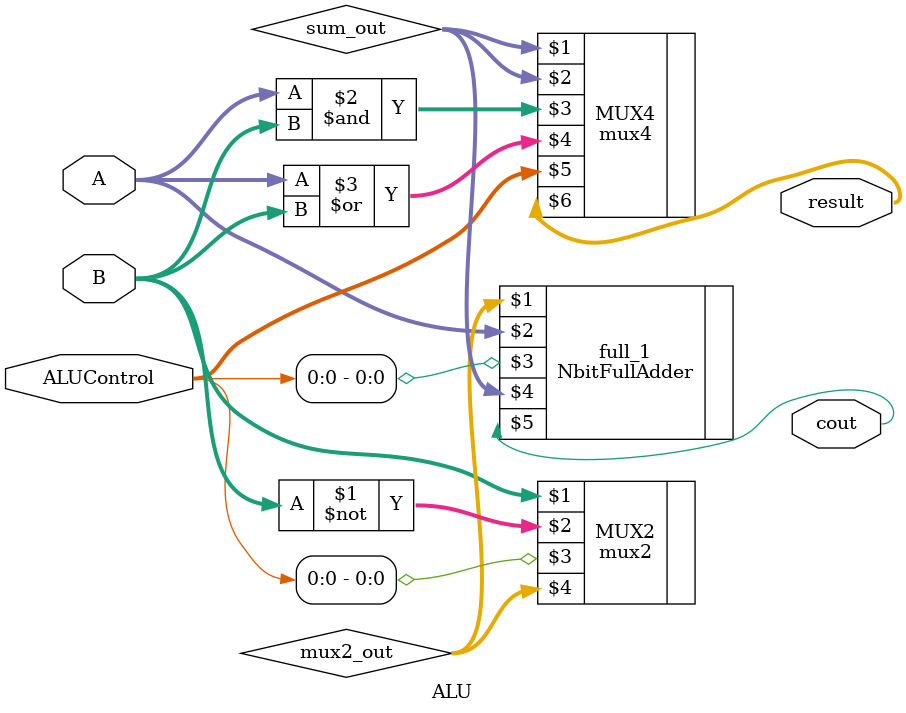
<source format=sv>
`include "MUX2.sv"
`include "MUX4.sv"
`include "NbitFullAdder.sv"

module ALU (input logic [7:0] A, B, 
            input logic [1:0] ALUControl, 
            output logic [7:0] result, 
            output logic cout);
  
  wire [7:0] mux2_out, sum_out;
  
  mux2 MUX2 (B, ~B, ALUControl[0], mux2_out);
  NbitFullAdder full_1 (mux2_out, A, ALUControl[0], sum_out, cout);
  mux4 MUX4 (sum_out, sum_out, A&B, A|B, ALUControl, result);
endmodule

</source>
